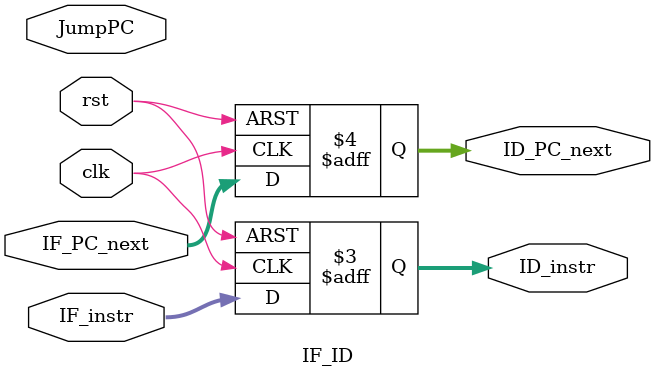
<source format=v>
`timescale 1ns / 1ps
module IF_ID(
		input wire JumpPC,
		input wire clk, rst,
		input wire [7:0] IF_instr,
		input wire [7:0] IF_PC_next,
		output reg [7:0] ID_instr,
		output reg [7:0] ID_PC_next
    );

	always @(posedge clk or negedge rst) begin
		if(!rst) begin
			ID_instr <= 8'bx;
			ID_PC_next <= 0;
		end

		else begin
			ID_instr <= IF_instr;
			ID_PC_next <= IF_PC_next;
		end
	end

//	always @(negedge JumpPC) begin
//		ID_instr <= 8'bx;
//		ID_PC_next <=0;
//	end

endmodule

</source>
